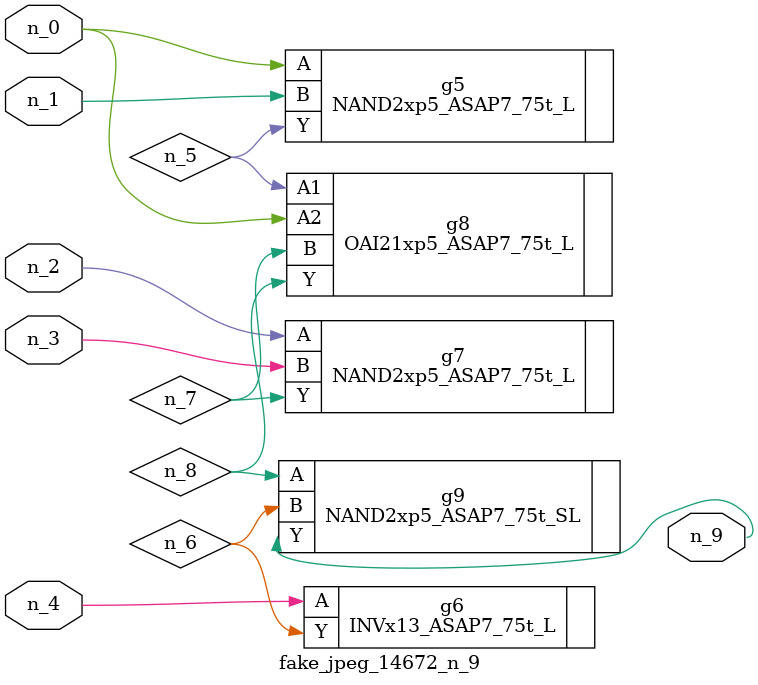
<source format=v>
module fake_jpeg_14672_n_9 (n_3, n_2, n_1, n_0, n_4, n_9);

input n_3;
input n_2;
input n_1;
input n_0;
input n_4;

output n_9;

wire n_8;
wire n_6;
wire n_5;
wire n_7;

NAND2xp5_ASAP7_75t_L g5 ( 
.A(n_0),
.B(n_1),
.Y(n_5)
);

INVx13_ASAP7_75t_L g6 ( 
.A(n_4),
.Y(n_6)
);

NAND2xp5_ASAP7_75t_L g7 ( 
.A(n_2),
.B(n_3),
.Y(n_7)
);

OAI21xp5_ASAP7_75t_L g8 ( 
.A1(n_5),
.A2(n_0),
.B(n_7),
.Y(n_8)
);

NAND2xp5_ASAP7_75t_SL g9 ( 
.A(n_8),
.B(n_6),
.Y(n_9)
);


endmodule
</source>
